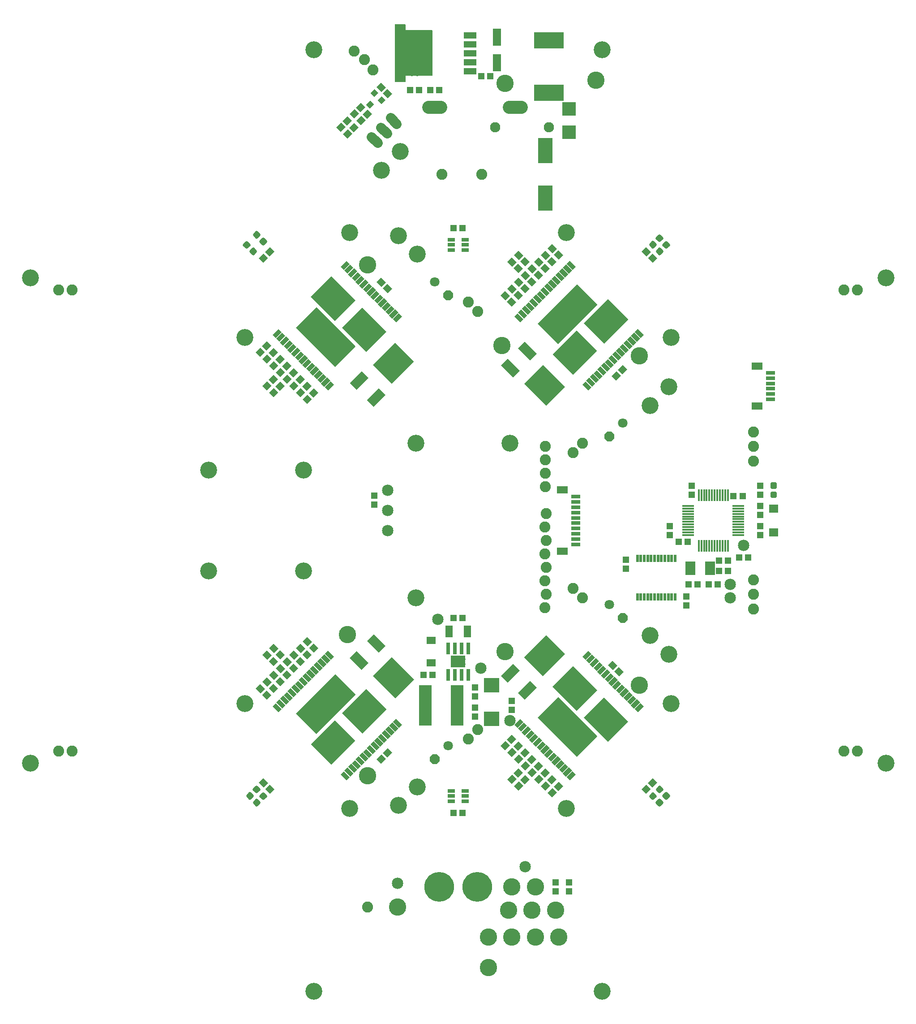
<source format=gbr>
G04 EAGLE Gerber RS-274X export*
G75*
%MOMM*%
%FSLAX34Y34*%
%LPD*%
%INSoldermask Top*%
%IPPOS*%
%AMOC8*
5,1,8,0,0,1.08239X$1,22.5*%
G01*
%ADD10C,3.203200*%
%ADD11C,2.082800*%
%ADD12R,0.603200X1.453200*%
%ADD13R,1.203200X1.303200*%
%ADD14R,0.853200X1.603200*%
%ADD15R,6.433200X5.453200*%
%ADD16R,10.503200X5.453200*%
%ADD17R,1.803200X3.203200*%
%ADD18R,5.029200X5.918200*%
%ADD19P,1.951982X8X337.500000*%
%ADD20C,1.803400*%
%ADD21R,1.303200X1.203200*%
%ADD22C,0.505344*%
%ADD23P,1.951982X8X247.500000*%
%ADD24R,2.363200X1.273200*%
%ADD25R,1.473200X0.838200*%
%ADD26C,1.193800*%
%ADD27R,5.603200X3.103200*%
%ADD28R,1.603200X3.203200*%
%ADD29R,2.603200X2.603200*%
%ADD30R,2.703200X4.703200*%
%ADD31R,0.457200X2.235200*%
%ADD32R,2.235200X0.457200*%
%ADD33R,1.903200X2.603200*%
%ADD34R,1.753200X0.803200*%
%ADD35R,2.003200X1.403200*%
%ADD36R,1.803200X1.503200*%
%ADD37R,1.673200X1.473200*%
%ADD38R,2.403200X7.703200*%
%ADD39R,2.903200X2.753200*%
%ADD40R,1.473200X2.263200*%
%ADD41R,0.762000X2.184400*%
%ADD42R,2.692400X2.209800*%
%ADD43R,1.403200X0.753200*%
%ADD44R,1.003200X1.103200*%
%ADD45C,1.828800*%
%ADD46C,1.930400*%
%ADD47C,2.451100*%
%ADD48C,2.153200*%
%ADD49C,3.269200*%
%ADD50C,5.619200*%

G36*
X-100165Y828027D02*
X-100165Y828027D01*
X-100099Y828029D01*
X-100056Y828047D01*
X-100009Y828055D01*
X-99952Y828089D01*
X-99892Y828114D01*
X-99857Y828145D01*
X-99816Y828170D01*
X-99775Y828221D01*
X-99726Y828265D01*
X-99704Y828307D01*
X-99675Y828344D01*
X-99654Y828406D01*
X-99623Y828465D01*
X-99615Y828519D01*
X-99603Y828556D01*
X-99604Y828596D01*
X-99596Y828650D01*
X-99596Y840016D01*
X-49430Y840016D01*
X-49365Y840027D01*
X-49299Y840029D01*
X-49256Y840047D01*
X-49209Y840055D01*
X-49152Y840089D01*
X-49092Y840114D01*
X-49057Y840145D01*
X-49016Y840170D01*
X-48975Y840221D01*
X-48926Y840265D01*
X-48904Y840307D01*
X-48875Y840344D01*
X-48854Y840406D01*
X-48823Y840465D01*
X-48815Y840519D01*
X-48803Y840556D01*
X-48804Y840596D01*
X-48796Y840650D01*
X-48796Y925650D01*
X-48807Y925715D01*
X-48809Y925781D01*
X-48827Y925824D01*
X-48835Y925871D01*
X-48869Y925928D01*
X-48894Y925988D01*
X-48925Y926023D01*
X-48950Y926064D01*
X-49001Y926106D01*
X-49045Y926154D01*
X-49087Y926176D01*
X-49124Y926205D01*
X-49186Y926226D01*
X-49245Y926257D01*
X-49299Y926265D01*
X-49336Y926277D01*
X-49376Y926276D01*
X-49430Y926284D01*
X-99596Y926284D01*
X-99596Y936650D01*
X-99607Y936715D01*
X-99609Y936781D01*
X-99627Y936824D01*
X-99635Y936871D01*
X-99669Y936928D01*
X-99694Y936988D01*
X-99725Y937023D01*
X-99750Y937064D01*
X-99801Y937106D01*
X-99845Y937154D01*
X-99887Y937176D01*
X-99924Y937205D01*
X-99986Y937226D01*
X-100045Y937257D01*
X-100099Y937265D01*
X-100136Y937277D01*
X-100176Y937276D01*
X-100230Y937284D01*
X-119330Y937284D01*
X-119395Y937273D01*
X-119461Y937271D01*
X-119504Y937253D01*
X-119551Y937245D01*
X-119608Y937211D01*
X-119668Y937186D01*
X-119703Y937155D01*
X-119744Y937130D01*
X-119786Y937079D01*
X-119834Y937035D01*
X-119856Y936993D01*
X-119885Y936956D01*
X-119906Y936894D01*
X-119937Y936835D01*
X-119945Y936781D01*
X-119957Y936744D01*
X-119956Y936704D01*
X-119964Y936650D01*
X-119964Y828650D01*
X-119953Y828585D01*
X-119951Y828519D01*
X-119933Y828476D01*
X-119925Y828429D01*
X-119891Y828372D01*
X-119866Y828312D01*
X-119835Y828277D01*
X-119810Y828236D01*
X-119759Y828195D01*
X-119715Y828146D01*
X-119673Y828124D01*
X-119636Y828095D01*
X-119574Y828074D01*
X-119515Y828043D01*
X-119461Y828035D01*
X-119424Y828023D01*
X-119384Y828024D01*
X-119330Y828016D01*
X-100230Y828016D01*
X-100165Y828027D01*
G37*
D10*
X-809070Y458580D03*
X-809070Y-458580D03*
X-403040Y-345960D03*
X-471920Y-95000D03*
X-291920Y-95000D03*
X-291920Y95000D03*
X-471920Y95000D03*
X-79880Y145970D03*
X-79880Y-146130D03*
X97920Y145970D03*
X-403040Y345960D03*
X-205050Y543950D03*
X205050Y543950D03*
X403040Y345960D03*
X809070Y458580D03*
X272450Y889200D03*
X-272450Y889200D03*
X-272450Y-889200D03*
X272450Y-889200D03*
X205050Y-543950D03*
X403040Y-345960D03*
X-205050Y-543950D03*
X809070Y-458580D03*
D11*
X558800Y-112522D03*
X558800Y-139700D03*
X558800Y-166878D03*
D12*
X338900Y-144200D03*
X345400Y-144200D03*
X351900Y-144200D03*
X358400Y-144200D03*
X364900Y-144200D03*
X371400Y-144200D03*
X377900Y-144200D03*
X384400Y-144200D03*
X390900Y-144200D03*
X397400Y-144200D03*
X403900Y-144200D03*
X410400Y-144200D03*
X397400Y-71700D03*
X390900Y-71700D03*
X384400Y-71700D03*
X377900Y-71700D03*
X371400Y-71700D03*
X364900Y-71700D03*
X358400Y-71700D03*
X351900Y-71700D03*
X345400Y-71700D03*
X338900Y-71700D03*
X403900Y-71700D03*
X410400Y-71700D03*
D13*
X317500Y-74050D03*
X317500Y-91050D03*
X431800Y-160900D03*
X431800Y-143900D03*
D14*
G36*
X-345095Y344767D02*
X-351128Y350800D01*
X-339793Y362135D01*
X-333760Y356102D01*
X-345095Y344767D01*
G37*
G36*
X-338024Y337696D02*
X-344057Y343729D01*
X-332722Y355064D01*
X-326689Y349031D01*
X-338024Y337696D01*
G37*
G36*
X-330953Y330625D02*
X-336986Y336658D01*
X-325651Y347993D01*
X-319618Y341960D01*
X-330953Y330625D01*
G37*
G36*
X-323882Y323554D02*
X-329915Y329587D01*
X-318580Y340922D01*
X-312547Y334889D01*
X-323882Y323554D01*
G37*
G36*
X-316811Y316482D02*
X-322844Y322515D01*
X-311509Y333850D01*
X-305476Y327817D01*
X-316811Y316482D01*
G37*
G36*
X-309740Y309411D02*
X-315773Y315444D01*
X-304438Y326779D01*
X-298405Y320746D01*
X-309740Y309411D01*
G37*
G36*
X-302669Y302340D02*
X-308702Y308373D01*
X-297367Y319708D01*
X-291334Y313675D01*
X-302669Y302340D01*
G37*
G36*
X-295598Y295269D02*
X-301631Y301302D01*
X-290296Y312637D01*
X-284263Y306604D01*
X-295598Y295269D01*
G37*
G36*
X-288527Y288198D02*
X-294560Y294231D01*
X-283225Y305566D01*
X-277192Y299533D01*
X-288527Y288198D01*
G37*
G36*
X-281456Y281127D02*
X-287489Y287160D01*
X-276154Y298495D01*
X-270121Y292462D01*
X-281456Y281127D01*
G37*
G36*
X-274385Y274056D02*
X-280418Y280089D01*
X-269083Y291424D01*
X-263050Y285391D01*
X-274385Y274056D01*
G37*
G36*
X-267313Y266985D02*
X-273346Y273018D01*
X-262011Y284353D01*
X-255978Y278320D01*
X-267313Y266985D01*
G37*
G36*
X-260242Y259914D02*
X-266275Y265947D01*
X-254940Y277282D01*
X-248907Y271249D01*
X-260242Y259914D01*
G37*
G36*
X-253171Y252843D02*
X-259204Y258876D01*
X-247869Y270211D01*
X-241836Y264178D01*
X-253171Y252843D01*
G37*
G36*
X-246100Y245772D02*
X-252133Y251805D01*
X-240798Y263140D01*
X-234765Y257107D01*
X-246100Y245772D01*
G37*
G36*
X-117407Y374465D02*
X-123440Y380498D01*
X-112105Y391833D01*
X-106072Y385800D01*
X-117407Y374465D01*
G37*
G36*
X-124478Y381536D02*
X-130511Y387569D01*
X-119176Y398904D01*
X-113143Y392871D01*
X-124478Y381536D01*
G37*
G36*
X-131549Y388607D02*
X-137582Y394640D01*
X-126247Y405975D01*
X-120214Y399942D01*
X-131549Y388607D01*
G37*
G36*
X-138620Y395678D02*
X-144653Y401711D01*
X-133318Y413046D01*
X-127285Y407013D01*
X-138620Y395678D01*
G37*
G36*
X-145691Y402750D02*
X-151724Y408783D01*
X-140389Y420118D01*
X-134356Y414085D01*
X-145691Y402750D01*
G37*
G36*
X-152762Y409821D02*
X-158795Y415854D01*
X-147460Y427189D01*
X-141427Y421156D01*
X-152762Y409821D01*
G37*
G36*
X-159833Y416892D02*
X-165866Y422925D01*
X-154531Y434260D01*
X-148498Y428227D01*
X-159833Y416892D01*
G37*
G36*
X-166904Y423963D02*
X-172937Y429996D01*
X-161602Y441331D01*
X-155569Y435298D01*
X-166904Y423963D01*
G37*
G36*
X-173975Y431034D02*
X-180008Y437067D01*
X-168673Y448402D01*
X-162640Y442369D01*
X-173975Y431034D01*
G37*
G36*
X-181046Y438105D02*
X-187079Y444138D01*
X-175744Y455473D01*
X-169711Y449440D01*
X-181046Y438105D01*
G37*
G36*
X-188117Y445176D02*
X-194150Y451209D01*
X-182815Y462544D01*
X-176782Y456511D01*
X-188117Y445176D01*
G37*
G36*
X-195189Y452247D02*
X-201222Y458280D01*
X-189887Y469615D01*
X-183854Y463582D01*
X-195189Y452247D01*
G37*
G36*
X-202260Y459318D02*
X-208293Y465351D01*
X-196958Y476686D01*
X-190925Y470653D01*
X-202260Y459318D01*
G37*
G36*
X-209331Y466389D02*
X-215364Y472422D01*
X-204029Y483757D01*
X-197996Y477724D01*
X-209331Y466389D01*
G37*
G36*
X-216402Y473460D02*
X-222435Y479493D01*
X-211100Y490828D01*
X-205067Y484795D01*
X-216402Y473460D01*
G37*
D15*
G36*
X-233020Y377294D02*
X-278508Y422782D01*
X-239948Y461342D01*
X-194460Y415854D01*
X-233020Y377294D01*
G37*
G36*
X-174118Y318392D02*
X-219606Y363880D01*
X-181046Y402440D01*
X-135558Y356952D01*
X-174118Y318392D01*
G37*
D16*
G36*
X-232313Y290319D02*
X-306581Y364587D01*
X-268021Y403147D01*
X-193753Y328879D01*
X-232313Y290319D01*
G37*
D17*
G36*
X-191968Y246625D02*
X-204719Y259376D01*
X-182070Y282025D01*
X-169319Y269274D01*
X-191968Y246625D01*
G37*
G36*
X-159724Y214381D02*
X-172475Y227132D01*
X-149826Y249781D01*
X-137075Y237030D01*
X-159724Y214381D01*
G37*
D18*
G36*
X-125264Y258275D02*
X-160825Y293836D01*
X-118978Y335683D01*
X-83417Y300122D01*
X-125264Y258275D01*
G37*
D19*
X-19178Y425578D03*
D20*
X-44322Y450722D03*
D21*
G36*
X-365449Y318193D02*
X-374663Y308979D01*
X-383171Y317487D01*
X-373957Y326701D01*
X-365449Y318193D01*
G37*
G36*
X-353429Y330213D02*
X-362643Y320999D01*
X-371151Y329507D01*
X-361937Y338721D01*
X-353429Y330213D01*
G37*
G36*
X-282251Y240607D02*
X-273037Y249821D01*
X-264529Y241313D01*
X-273743Y232099D01*
X-282251Y240607D01*
G37*
G36*
X-294271Y228587D02*
X-285057Y237801D01*
X-276549Y229293D01*
X-285763Y220079D01*
X-294271Y228587D01*
G37*
G36*
X-294951Y253307D02*
X-285737Y262521D01*
X-277229Y254013D01*
X-286443Y244799D01*
X-294951Y253307D01*
G37*
G36*
X-306971Y241287D02*
X-297757Y250501D01*
X-289249Y241993D01*
X-298463Y232779D01*
X-306971Y241287D01*
G37*
G36*
X-358451Y316807D02*
X-349237Y326021D01*
X-340729Y317513D01*
X-349943Y308299D01*
X-358451Y316807D01*
G37*
G36*
X-370471Y304787D02*
X-361257Y314001D01*
X-352749Y305493D01*
X-361963Y296279D01*
X-370471Y304787D01*
G37*
G36*
X-333051Y291407D02*
X-323837Y300621D01*
X-315329Y292113D01*
X-324543Y282899D01*
X-333051Y291407D01*
G37*
G36*
X-345071Y279387D02*
X-335857Y288601D01*
X-327349Y280093D01*
X-336563Y270879D01*
X-345071Y279387D01*
G37*
G36*
X-314649Y267393D02*
X-323863Y258179D01*
X-332371Y266687D01*
X-323157Y275901D01*
X-314649Y267393D01*
G37*
G36*
X-302629Y279413D02*
X-311843Y270199D01*
X-320351Y278707D01*
X-311137Y287921D01*
X-302629Y279413D01*
G37*
G36*
X-301949Y254693D02*
X-311163Y245479D01*
X-319671Y253987D01*
X-310457Y263201D01*
X-301949Y254693D01*
G37*
G36*
X-289929Y266713D02*
X-299143Y257499D01*
X-307651Y266007D01*
X-298437Y275221D01*
X-289929Y266713D01*
G37*
G36*
X-340049Y241993D02*
X-349263Y232779D01*
X-357771Y241287D01*
X-348557Y250501D01*
X-340049Y241993D01*
G37*
G36*
X-328029Y254013D02*
X-337243Y244799D01*
X-345751Y253307D01*
X-336537Y262521D01*
X-328029Y254013D01*
G37*
G36*
X-345751Y304107D02*
X-336537Y313321D01*
X-328029Y304813D01*
X-337243Y295599D01*
X-345751Y304107D01*
G37*
G36*
X-357771Y292087D02*
X-348557Y301301D01*
X-340049Y292793D01*
X-349263Y283579D01*
X-357771Y292087D01*
G37*
G36*
X-352749Y254693D02*
X-361963Y245479D01*
X-370471Y253987D01*
X-361257Y263201D01*
X-352749Y254693D01*
G37*
G36*
X-340729Y266713D02*
X-349943Y257499D01*
X-358451Y266007D01*
X-349237Y275221D01*
X-340729Y266713D01*
G37*
D22*
X-373384Y527199D02*
X-368449Y532134D01*
X-363514Y527199D01*
X-368449Y522264D01*
X-373384Y527199D01*
X-373249Y527064D02*
X-363649Y527064D01*
X-368179Y531864D02*
X-368719Y531864D01*
X-380851Y544536D02*
X-385786Y539601D01*
X-380851Y544536D02*
X-375916Y539601D01*
X-380851Y534666D01*
X-385786Y539601D01*
X-385651Y539466D02*
X-376051Y539466D01*
X-380581Y544266D02*
X-381121Y544266D01*
X-394966Y520551D02*
X-399901Y515616D01*
X-404836Y520551D01*
X-399901Y525486D01*
X-394966Y520551D01*
X-395101Y520416D02*
X-404701Y520416D01*
X-400171Y525216D02*
X-399631Y525216D01*
X-382564Y508149D02*
X-387499Y503214D01*
X-392434Y508149D01*
X-387499Y513084D01*
X-382564Y508149D01*
X-382699Y508014D02*
X-392299Y508014D01*
X-387769Y512814D02*
X-387229Y512814D01*
D21*
G36*
X-359099Y495993D02*
X-368313Y486779D01*
X-376821Y495287D01*
X-367607Y504501D01*
X-359099Y495993D01*
G37*
G36*
X-347079Y508013D02*
X-356293Y498799D01*
X-364801Y507307D01*
X-355587Y516521D01*
X-347079Y508013D01*
G37*
D14*
G36*
X205067Y484795D02*
X211100Y490828D01*
X222435Y479493D01*
X216402Y473460D01*
X205067Y484795D01*
G37*
G36*
X197996Y477724D02*
X204029Y483757D01*
X215364Y472422D01*
X209331Y466389D01*
X197996Y477724D01*
G37*
G36*
X190925Y470653D02*
X196958Y476686D01*
X208293Y465351D01*
X202260Y459318D01*
X190925Y470653D01*
G37*
G36*
X183854Y463582D02*
X189887Y469615D01*
X201222Y458280D01*
X195189Y452247D01*
X183854Y463582D01*
G37*
G36*
X176782Y456511D02*
X182815Y462544D01*
X194150Y451209D01*
X188117Y445176D01*
X176782Y456511D01*
G37*
G36*
X169711Y449440D02*
X175744Y455473D01*
X187079Y444138D01*
X181046Y438105D01*
X169711Y449440D01*
G37*
G36*
X162640Y442369D02*
X168673Y448402D01*
X180008Y437067D01*
X173975Y431034D01*
X162640Y442369D01*
G37*
G36*
X155569Y435298D02*
X161602Y441331D01*
X172937Y429996D01*
X166904Y423963D01*
X155569Y435298D01*
G37*
G36*
X148498Y428227D02*
X154531Y434260D01*
X165866Y422925D01*
X159833Y416892D01*
X148498Y428227D01*
G37*
G36*
X141427Y421156D02*
X147460Y427189D01*
X158795Y415854D01*
X152762Y409821D01*
X141427Y421156D01*
G37*
G36*
X134356Y414085D02*
X140389Y420118D01*
X151724Y408783D01*
X145691Y402750D01*
X134356Y414085D01*
G37*
G36*
X127285Y407013D02*
X133318Y413046D01*
X144653Y401711D01*
X138620Y395678D01*
X127285Y407013D01*
G37*
G36*
X120214Y399942D02*
X126247Y405975D01*
X137582Y394640D01*
X131549Y388607D01*
X120214Y399942D01*
G37*
G36*
X113143Y392871D02*
X119176Y398904D01*
X130511Y387569D01*
X124478Y381536D01*
X113143Y392871D01*
G37*
G36*
X106072Y385800D02*
X112105Y391833D01*
X123440Y380498D01*
X117407Y374465D01*
X106072Y385800D01*
G37*
G36*
X234765Y257107D02*
X240798Y263140D01*
X252133Y251805D01*
X246100Y245772D01*
X234765Y257107D01*
G37*
G36*
X241836Y264178D02*
X247869Y270211D01*
X259204Y258876D01*
X253171Y252843D01*
X241836Y264178D01*
G37*
G36*
X248907Y271249D02*
X254940Y277282D01*
X266275Y265947D01*
X260242Y259914D01*
X248907Y271249D01*
G37*
G36*
X255978Y278320D02*
X262011Y284353D01*
X273346Y273018D01*
X267313Y266985D01*
X255978Y278320D01*
G37*
G36*
X263050Y285391D02*
X269083Y291424D01*
X280418Y280089D01*
X274385Y274056D01*
X263050Y285391D01*
G37*
G36*
X270121Y292462D02*
X276154Y298495D01*
X287489Y287160D01*
X281456Y281127D01*
X270121Y292462D01*
G37*
G36*
X277192Y299533D02*
X283225Y305566D01*
X294560Y294231D01*
X288527Y288198D01*
X277192Y299533D01*
G37*
G36*
X284263Y306604D02*
X290296Y312637D01*
X301631Y301302D01*
X295598Y295269D01*
X284263Y306604D01*
G37*
G36*
X291334Y313675D02*
X297367Y319708D01*
X308702Y308373D01*
X302669Y302340D01*
X291334Y313675D01*
G37*
G36*
X298405Y320746D02*
X304438Y326779D01*
X315773Y315444D01*
X309740Y309411D01*
X298405Y320746D01*
G37*
G36*
X305476Y327817D02*
X311509Y333850D01*
X322844Y322515D01*
X316811Y316482D01*
X305476Y327817D01*
G37*
G36*
X312547Y334889D02*
X318580Y340922D01*
X329915Y329587D01*
X323882Y323554D01*
X312547Y334889D01*
G37*
G36*
X319618Y341960D02*
X325651Y347993D01*
X336986Y336658D01*
X330953Y330625D01*
X319618Y341960D01*
G37*
G36*
X326689Y349031D02*
X332722Y355064D01*
X344057Y343729D01*
X338024Y337696D01*
X326689Y349031D01*
G37*
G36*
X333760Y356102D02*
X339793Y362135D01*
X351128Y350800D01*
X345095Y344767D01*
X333760Y356102D01*
G37*
D15*
G36*
X237594Y372720D02*
X283082Y418208D01*
X321642Y379648D01*
X276154Y334160D01*
X237594Y372720D01*
G37*
G36*
X178692Y313818D02*
X224180Y359306D01*
X262740Y320746D01*
X217252Y275258D01*
X178692Y313818D01*
G37*
D16*
G36*
X150619Y372013D02*
X224887Y446281D01*
X263447Y407721D01*
X189179Y333453D01*
X150619Y372013D01*
G37*
D17*
G36*
X113275Y325318D02*
X126026Y338069D01*
X148675Y315420D01*
X135924Y302669D01*
X113275Y325318D01*
G37*
G36*
X81031Y293074D02*
X93782Y305825D01*
X116431Y283176D01*
X103680Y270425D01*
X81031Y293074D01*
G37*
D18*
G36*
X124925Y258614D02*
X160486Y294175D01*
X202333Y252328D01*
X166772Y216767D01*
X124925Y258614D01*
G37*
D23*
X285878Y158878D03*
D20*
X311022Y184022D03*
D21*
G36*
X178493Y505149D02*
X169279Y514363D01*
X177787Y522871D01*
X187001Y513657D01*
X178493Y505149D01*
G37*
G36*
X190513Y493129D02*
X181299Y502343D01*
X189807Y510851D01*
X199021Y501637D01*
X190513Y493129D01*
G37*
G36*
X100907Y421951D02*
X110121Y412737D01*
X101613Y404229D01*
X92399Y413443D01*
X100907Y421951D01*
G37*
G36*
X88887Y433971D02*
X98101Y424757D01*
X89593Y416249D01*
X80379Y425463D01*
X88887Y433971D01*
G37*
G36*
X113607Y434651D02*
X122821Y425437D01*
X114313Y416929D01*
X105099Y426143D01*
X113607Y434651D01*
G37*
G36*
X101587Y446671D02*
X110801Y437457D01*
X102293Y428949D01*
X93079Y438163D01*
X101587Y446671D01*
G37*
G36*
X177107Y498151D02*
X186321Y488937D01*
X177813Y480429D01*
X168599Y489643D01*
X177107Y498151D01*
G37*
G36*
X165087Y510171D02*
X174301Y500957D01*
X165793Y492449D01*
X156579Y501663D01*
X165087Y510171D01*
G37*
G36*
X151707Y472751D02*
X160921Y463537D01*
X152413Y455029D01*
X143199Y464243D01*
X151707Y472751D01*
G37*
G36*
X139687Y484771D02*
X148901Y475557D01*
X140393Y467049D01*
X131179Y476263D01*
X139687Y484771D01*
G37*
G36*
X127693Y454349D02*
X118479Y463563D01*
X126987Y472071D01*
X136201Y462857D01*
X127693Y454349D01*
G37*
G36*
X139713Y442329D02*
X130499Y451543D01*
X139007Y460051D01*
X148221Y450837D01*
X139713Y442329D01*
G37*
G36*
X114993Y441649D02*
X105779Y450863D01*
X114287Y459371D01*
X123501Y450157D01*
X114993Y441649D01*
G37*
G36*
X127013Y429629D02*
X117799Y438843D01*
X126307Y447351D01*
X135521Y438137D01*
X127013Y429629D01*
G37*
G36*
X102293Y479749D02*
X93079Y488963D01*
X101587Y497471D01*
X110801Y488257D01*
X102293Y479749D01*
G37*
G36*
X114313Y467729D02*
X105099Y476943D01*
X113607Y485451D01*
X122821Y476237D01*
X114313Y467729D01*
G37*
G36*
X164407Y485451D02*
X173621Y476237D01*
X165113Y467729D01*
X155899Y476943D01*
X164407Y485451D01*
G37*
G36*
X152387Y497471D02*
X161601Y488257D01*
X153093Y479749D01*
X143879Y488963D01*
X152387Y497471D01*
G37*
G36*
X114993Y492449D02*
X105779Y501663D01*
X114287Y510171D01*
X123501Y500957D01*
X114993Y492449D01*
G37*
G36*
X127013Y480429D02*
X117799Y489643D01*
X126307Y498151D01*
X135521Y488937D01*
X127013Y480429D01*
G37*
D14*
G36*
X112105Y-391833D02*
X106072Y-385800D01*
X117407Y-374465D01*
X123440Y-380498D01*
X112105Y-391833D01*
G37*
G36*
X119176Y-398904D02*
X113143Y-392871D01*
X124478Y-381536D01*
X130511Y-387569D01*
X119176Y-398904D01*
G37*
G36*
X126247Y-405975D02*
X120214Y-399942D01*
X131549Y-388607D01*
X137582Y-394640D01*
X126247Y-405975D01*
G37*
G36*
X133318Y-413046D02*
X127285Y-407013D01*
X138620Y-395678D01*
X144653Y-401711D01*
X133318Y-413046D01*
G37*
G36*
X140389Y-420118D02*
X134356Y-414085D01*
X145691Y-402750D01*
X151724Y-408783D01*
X140389Y-420118D01*
G37*
G36*
X147460Y-427189D02*
X141427Y-421156D01*
X152762Y-409821D01*
X158795Y-415854D01*
X147460Y-427189D01*
G37*
G36*
X154531Y-434260D02*
X148498Y-428227D01*
X159833Y-416892D01*
X165866Y-422925D01*
X154531Y-434260D01*
G37*
G36*
X161602Y-441331D02*
X155569Y-435298D01*
X166904Y-423963D01*
X172937Y-429996D01*
X161602Y-441331D01*
G37*
G36*
X168673Y-448402D02*
X162640Y-442369D01*
X173975Y-431034D01*
X180008Y-437067D01*
X168673Y-448402D01*
G37*
G36*
X175744Y-455473D02*
X169711Y-449440D01*
X181046Y-438105D01*
X187079Y-444138D01*
X175744Y-455473D01*
G37*
G36*
X182815Y-462544D02*
X176782Y-456511D01*
X188117Y-445176D01*
X194150Y-451209D01*
X182815Y-462544D01*
G37*
G36*
X189887Y-469615D02*
X183854Y-463582D01*
X195189Y-452247D01*
X201222Y-458280D01*
X189887Y-469615D01*
G37*
G36*
X196958Y-476686D02*
X190925Y-470653D01*
X202260Y-459318D01*
X208293Y-465351D01*
X196958Y-476686D01*
G37*
G36*
X204029Y-483757D02*
X197996Y-477724D01*
X209331Y-466389D01*
X215364Y-472422D01*
X204029Y-483757D01*
G37*
G36*
X211100Y-490828D02*
X205067Y-484795D01*
X216402Y-473460D01*
X222435Y-479493D01*
X211100Y-490828D01*
G37*
G36*
X339793Y-362135D02*
X333760Y-356102D01*
X345095Y-344767D01*
X351128Y-350800D01*
X339793Y-362135D01*
G37*
G36*
X332722Y-355064D02*
X326689Y-349031D01*
X338024Y-337696D01*
X344057Y-343729D01*
X332722Y-355064D01*
G37*
G36*
X325651Y-347993D02*
X319618Y-341960D01*
X330953Y-330625D01*
X336986Y-336658D01*
X325651Y-347993D01*
G37*
G36*
X318580Y-340922D02*
X312547Y-334889D01*
X323882Y-323554D01*
X329915Y-329587D01*
X318580Y-340922D01*
G37*
G36*
X311509Y-333850D02*
X305476Y-327817D01*
X316811Y-316482D01*
X322844Y-322515D01*
X311509Y-333850D01*
G37*
G36*
X304438Y-326779D02*
X298405Y-320746D01*
X309740Y-309411D01*
X315773Y-315444D01*
X304438Y-326779D01*
G37*
G36*
X297367Y-319708D02*
X291334Y-313675D01*
X302669Y-302340D01*
X308702Y-308373D01*
X297367Y-319708D01*
G37*
G36*
X290296Y-312637D02*
X284263Y-306604D01*
X295598Y-295269D01*
X301631Y-301302D01*
X290296Y-312637D01*
G37*
G36*
X283225Y-305566D02*
X277192Y-299533D01*
X288527Y-288198D01*
X294560Y-294231D01*
X283225Y-305566D01*
G37*
G36*
X276154Y-298495D02*
X270121Y-292462D01*
X281456Y-281127D01*
X287489Y-287160D01*
X276154Y-298495D01*
G37*
G36*
X269083Y-291424D02*
X263050Y-285391D01*
X274385Y-274056D01*
X280418Y-280089D01*
X269083Y-291424D01*
G37*
G36*
X262011Y-284353D02*
X255978Y-278320D01*
X267313Y-266985D01*
X273346Y-273018D01*
X262011Y-284353D01*
G37*
G36*
X254940Y-277282D02*
X248907Y-271249D01*
X260242Y-259914D01*
X266275Y-265947D01*
X254940Y-277282D01*
G37*
G36*
X247869Y-270211D02*
X241836Y-264178D01*
X253171Y-252843D01*
X259204Y-258876D01*
X247869Y-270211D01*
G37*
G36*
X240798Y-263140D02*
X234765Y-257107D01*
X246100Y-245772D01*
X252133Y-251805D01*
X240798Y-263140D01*
G37*
D15*
G36*
X224180Y-359306D02*
X178692Y-313818D01*
X217252Y-275258D01*
X262740Y-320746D01*
X224180Y-359306D01*
G37*
G36*
X283082Y-418208D02*
X237594Y-372720D01*
X276154Y-334160D01*
X321642Y-379648D01*
X283082Y-418208D01*
G37*
D16*
G36*
X224887Y-446281D02*
X150619Y-372013D01*
X189179Y-333453D01*
X263447Y-407721D01*
X224887Y-446281D01*
G37*
D17*
G36*
X93782Y-305825D02*
X81031Y-293074D01*
X103680Y-270425D01*
X116431Y-283176D01*
X93782Y-305825D01*
G37*
G36*
X126026Y-338069D02*
X113275Y-325318D01*
X135924Y-302669D01*
X148675Y-315420D01*
X126026Y-338069D01*
G37*
D18*
G36*
X160486Y-294175D02*
X124925Y-258614D01*
X166772Y-216767D01*
X202333Y-252328D01*
X160486Y-294175D01*
G37*
D19*
X311022Y-184022D03*
D20*
X285878Y-158878D03*
D21*
G36*
X98101Y-424757D02*
X88887Y-433971D01*
X80379Y-425463D01*
X89593Y-416249D01*
X98101Y-424757D01*
G37*
G36*
X110121Y-412737D02*
X100907Y-421951D01*
X92399Y-413443D01*
X101613Y-404229D01*
X110121Y-412737D01*
G37*
G36*
X181299Y-502343D02*
X190513Y-493129D01*
X199021Y-501637D01*
X189807Y-510851D01*
X181299Y-502343D01*
G37*
G36*
X169279Y-514363D02*
X178493Y-505149D01*
X187001Y-513657D01*
X177787Y-522871D01*
X169279Y-514363D01*
G37*
G36*
X168599Y-489643D02*
X177813Y-480429D01*
X186321Y-488937D01*
X177107Y-498151D01*
X168599Y-489643D01*
G37*
G36*
X156579Y-501663D02*
X165793Y-492449D01*
X174301Y-500957D01*
X165087Y-510171D01*
X156579Y-501663D01*
G37*
G36*
X105099Y-426143D02*
X114313Y-416929D01*
X122821Y-425437D01*
X113607Y-434651D01*
X105099Y-426143D01*
G37*
G36*
X93079Y-438163D02*
X102293Y-428949D01*
X110801Y-437457D01*
X101587Y-446671D01*
X93079Y-438163D01*
G37*
G36*
X130499Y-451543D02*
X139713Y-442329D01*
X148221Y-450837D01*
X139007Y-460051D01*
X130499Y-451543D01*
G37*
G36*
X118479Y-463563D02*
X127693Y-454349D01*
X136201Y-462857D01*
X126987Y-472071D01*
X118479Y-463563D01*
G37*
G36*
X148901Y-475557D02*
X139687Y-484771D01*
X131179Y-476263D01*
X140393Y-467049D01*
X148901Y-475557D01*
G37*
G36*
X160921Y-463537D02*
X151707Y-472751D01*
X143199Y-464243D01*
X152413Y-455029D01*
X160921Y-463537D01*
G37*
G36*
X161601Y-488257D02*
X152387Y-497471D01*
X143879Y-488963D01*
X153093Y-479749D01*
X161601Y-488257D01*
G37*
G36*
X173621Y-476237D02*
X164407Y-485451D01*
X155899Y-476943D01*
X165113Y-467729D01*
X173621Y-476237D01*
G37*
G36*
X123501Y-500957D02*
X114287Y-510171D01*
X105779Y-501663D01*
X114993Y-492449D01*
X123501Y-500957D01*
G37*
G36*
X135521Y-488937D02*
X126307Y-498151D01*
X117799Y-489643D01*
X127013Y-480429D01*
X135521Y-488937D01*
G37*
G36*
X117799Y-438843D02*
X127013Y-429629D01*
X135521Y-438137D01*
X126307Y-447351D01*
X117799Y-438843D01*
G37*
G36*
X105779Y-450863D02*
X114993Y-441649D01*
X123501Y-450157D01*
X114287Y-459371D01*
X105779Y-450863D01*
G37*
G36*
X110801Y-488257D02*
X101587Y-497471D01*
X93079Y-488963D01*
X102293Y-479749D01*
X110801Y-488257D01*
G37*
G36*
X122821Y-476237D02*
X113607Y-485451D01*
X105099Y-476943D01*
X114313Y-467729D01*
X122821Y-476237D01*
G37*
D14*
G36*
X-252133Y-251805D02*
X-246100Y-245772D01*
X-234765Y-257107D01*
X-240798Y-263140D01*
X-252133Y-251805D01*
G37*
G36*
X-259204Y-258876D02*
X-253171Y-252843D01*
X-241836Y-264178D01*
X-247869Y-270211D01*
X-259204Y-258876D01*
G37*
G36*
X-266275Y-265947D02*
X-260242Y-259914D01*
X-248907Y-271249D01*
X-254940Y-277282D01*
X-266275Y-265947D01*
G37*
G36*
X-273346Y-273018D02*
X-267313Y-266985D01*
X-255978Y-278320D01*
X-262011Y-284353D01*
X-273346Y-273018D01*
G37*
G36*
X-280418Y-280089D02*
X-274385Y-274056D01*
X-263050Y-285391D01*
X-269083Y-291424D01*
X-280418Y-280089D01*
G37*
G36*
X-287489Y-287160D02*
X-281456Y-281127D01*
X-270121Y-292462D01*
X-276154Y-298495D01*
X-287489Y-287160D01*
G37*
G36*
X-294560Y-294231D02*
X-288527Y-288198D01*
X-277192Y-299533D01*
X-283225Y-305566D01*
X-294560Y-294231D01*
G37*
G36*
X-301631Y-301302D02*
X-295598Y-295269D01*
X-284263Y-306604D01*
X-290296Y-312637D01*
X-301631Y-301302D01*
G37*
G36*
X-308702Y-308373D02*
X-302669Y-302340D01*
X-291334Y-313675D01*
X-297367Y-319708D01*
X-308702Y-308373D01*
G37*
G36*
X-315773Y-315444D02*
X-309740Y-309411D01*
X-298405Y-320746D01*
X-304438Y-326779D01*
X-315773Y-315444D01*
G37*
G36*
X-322844Y-322515D02*
X-316811Y-316482D01*
X-305476Y-327817D01*
X-311509Y-333850D01*
X-322844Y-322515D01*
G37*
G36*
X-329915Y-329587D02*
X-323882Y-323554D01*
X-312547Y-334889D01*
X-318580Y-340922D01*
X-329915Y-329587D01*
G37*
G36*
X-336986Y-336658D02*
X-330953Y-330625D01*
X-319618Y-341960D01*
X-325651Y-347993D01*
X-336986Y-336658D01*
G37*
G36*
X-344057Y-343729D02*
X-338024Y-337696D01*
X-326689Y-349031D01*
X-332722Y-355064D01*
X-344057Y-343729D01*
G37*
G36*
X-351128Y-350800D02*
X-345095Y-344767D01*
X-333760Y-356102D01*
X-339793Y-362135D01*
X-351128Y-350800D01*
G37*
G36*
X-222435Y-479493D02*
X-216402Y-473460D01*
X-205067Y-484795D01*
X-211100Y-490828D01*
X-222435Y-479493D01*
G37*
G36*
X-215364Y-472422D02*
X-209331Y-466389D01*
X-197996Y-477724D01*
X-204029Y-483757D01*
X-215364Y-472422D01*
G37*
G36*
X-208293Y-465351D02*
X-202260Y-459318D01*
X-190925Y-470653D01*
X-196958Y-476686D01*
X-208293Y-465351D01*
G37*
G36*
X-201222Y-458280D02*
X-195189Y-452247D01*
X-183854Y-463582D01*
X-189887Y-469615D01*
X-201222Y-458280D01*
G37*
G36*
X-194150Y-451209D02*
X-188117Y-445176D01*
X-176782Y-456511D01*
X-182815Y-462544D01*
X-194150Y-451209D01*
G37*
G36*
X-187079Y-444138D02*
X-181046Y-438105D01*
X-169711Y-449440D01*
X-175744Y-455473D01*
X-187079Y-444138D01*
G37*
G36*
X-180008Y-437067D02*
X-173975Y-431034D01*
X-162640Y-442369D01*
X-168673Y-448402D01*
X-180008Y-437067D01*
G37*
G36*
X-172937Y-429996D02*
X-166904Y-423963D01*
X-155569Y-435298D01*
X-161602Y-441331D01*
X-172937Y-429996D01*
G37*
G36*
X-165866Y-422925D02*
X-159833Y-416892D01*
X-148498Y-428227D01*
X-154531Y-434260D01*
X-165866Y-422925D01*
G37*
G36*
X-158795Y-415854D02*
X-152762Y-409821D01*
X-141427Y-421156D01*
X-147460Y-427189D01*
X-158795Y-415854D01*
G37*
G36*
X-151724Y-408783D02*
X-145691Y-402750D01*
X-134356Y-414085D01*
X-140389Y-420118D01*
X-151724Y-408783D01*
G37*
G36*
X-144653Y-401711D02*
X-138620Y-395678D01*
X-127285Y-407013D01*
X-133318Y-413046D01*
X-144653Y-401711D01*
G37*
G36*
X-137582Y-394640D02*
X-131549Y-388607D01*
X-120214Y-399942D01*
X-126247Y-405975D01*
X-137582Y-394640D01*
G37*
G36*
X-130511Y-387569D02*
X-124478Y-381536D01*
X-113143Y-392871D01*
X-119176Y-398904D01*
X-130511Y-387569D01*
G37*
G36*
X-123440Y-380498D02*
X-117407Y-374465D01*
X-106072Y-385800D01*
X-112105Y-391833D01*
X-123440Y-380498D01*
G37*
D15*
G36*
X-219606Y-363880D02*
X-174118Y-318392D01*
X-135558Y-356952D01*
X-181046Y-402440D01*
X-219606Y-363880D01*
G37*
G36*
X-278508Y-422782D02*
X-233020Y-377294D01*
X-194460Y-415854D01*
X-239948Y-461342D01*
X-278508Y-422782D01*
G37*
D16*
G36*
X-306581Y-364587D02*
X-232313Y-290319D01*
X-193753Y-328879D01*
X-268021Y-403147D01*
X-306581Y-364587D01*
G37*
D17*
G36*
X-172475Y-227132D02*
X-159724Y-214381D01*
X-137075Y-237030D01*
X-149826Y-249781D01*
X-172475Y-227132D01*
G37*
G36*
X-204719Y-259376D02*
X-191968Y-246625D01*
X-169319Y-269274D01*
X-182070Y-282025D01*
X-204719Y-259376D01*
G37*
D18*
G36*
X-160825Y-293836D02*
X-125264Y-258275D01*
X-83417Y-300122D01*
X-118978Y-335683D01*
X-160825Y-293836D01*
G37*
D23*
X-44322Y-450722D03*
D20*
X-19178Y-425578D03*
D21*
G36*
X-285057Y-237801D02*
X-294271Y-228587D01*
X-285763Y-220079D01*
X-276549Y-229293D01*
X-285057Y-237801D01*
G37*
G36*
X-273037Y-249821D02*
X-282251Y-240607D01*
X-273743Y-232099D01*
X-264529Y-241313D01*
X-273037Y-249821D01*
G37*
G36*
X-362643Y-320999D02*
X-353429Y-330213D01*
X-361937Y-338721D01*
X-371151Y-329507D01*
X-362643Y-320999D01*
G37*
G36*
X-374663Y-308979D02*
X-365449Y-318193D01*
X-373957Y-326701D01*
X-383171Y-317487D01*
X-374663Y-308979D01*
G37*
G36*
X-349943Y-308299D02*
X-340729Y-317513D01*
X-349237Y-326021D01*
X-358451Y-316807D01*
X-349943Y-308299D01*
G37*
G36*
X-361963Y-296279D02*
X-352749Y-305493D01*
X-361257Y-314001D01*
X-370471Y-304787D01*
X-361963Y-296279D01*
G37*
G36*
X-286443Y-244799D02*
X-277229Y-254013D01*
X-285737Y-262521D01*
X-294951Y-253307D01*
X-286443Y-244799D01*
G37*
G36*
X-298463Y-232779D02*
X-289249Y-241993D01*
X-297757Y-250501D01*
X-306971Y-241287D01*
X-298463Y-232779D01*
G37*
G36*
X-311843Y-270199D02*
X-302629Y-279413D01*
X-311137Y-287921D01*
X-320351Y-278707D01*
X-311843Y-270199D01*
G37*
G36*
X-323863Y-258179D02*
X-314649Y-267393D01*
X-323157Y-275901D01*
X-332371Y-266687D01*
X-323863Y-258179D01*
G37*
G36*
X-335857Y-288601D02*
X-345071Y-279387D01*
X-336563Y-270879D01*
X-327349Y-280093D01*
X-335857Y-288601D01*
G37*
G36*
X-323837Y-300621D02*
X-333051Y-291407D01*
X-324543Y-282899D01*
X-315329Y-292113D01*
X-323837Y-300621D01*
G37*
G36*
X-348557Y-301301D02*
X-357771Y-292087D01*
X-349263Y-283579D01*
X-340049Y-292793D01*
X-348557Y-301301D01*
G37*
G36*
X-336537Y-313321D02*
X-345751Y-304107D01*
X-337243Y-295599D01*
X-328029Y-304813D01*
X-336537Y-313321D01*
G37*
G36*
X-361257Y-263201D02*
X-370471Y-253987D01*
X-361963Y-245479D01*
X-352749Y-254693D01*
X-361257Y-263201D01*
G37*
G36*
X-349237Y-275221D02*
X-358451Y-266007D01*
X-349943Y-257499D01*
X-340729Y-266713D01*
X-349237Y-275221D01*
G37*
G36*
X-299143Y-257499D02*
X-289929Y-266713D01*
X-298437Y-275221D01*
X-307651Y-266007D01*
X-299143Y-257499D01*
G37*
G36*
X-311163Y-245479D02*
X-301949Y-254693D01*
X-310457Y-263201D01*
X-319671Y-253987D01*
X-311163Y-245479D01*
G37*
G36*
X-348557Y-250501D02*
X-357771Y-241287D01*
X-349263Y-232779D01*
X-340049Y-241993D01*
X-348557Y-250501D01*
G37*
G36*
X-336537Y-262521D02*
X-345751Y-253307D01*
X-337243Y-244799D01*
X-328029Y-254013D01*
X-336537Y-262521D01*
G37*
G36*
X-145357Y441649D02*
X-154571Y450863D01*
X-146063Y459371D01*
X-136849Y450157D01*
X-145357Y441649D01*
G37*
G36*
X-133337Y429629D02*
X-142551Y438843D01*
X-134043Y447351D01*
X-124829Y438137D01*
X-133337Y429629D01*
G37*
G36*
X301949Y285057D02*
X311163Y294271D01*
X319671Y285763D01*
X310457Y276549D01*
X301949Y285057D01*
G37*
G36*
X289929Y273037D02*
X299143Y282251D01*
X307651Y273743D01*
X298437Y264529D01*
X289929Y273037D01*
G37*
G36*
X304107Y-276549D02*
X313321Y-285763D01*
X304813Y-294271D01*
X295599Y-285057D01*
X304107Y-276549D01*
G37*
G36*
X292087Y-264529D02*
X301301Y-273743D01*
X292793Y-282251D01*
X283579Y-273037D01*
X292087Y-264529D01*
G37*
G36*
X-136849Y-450157D02*
X-146063Y-459371D01*
X-154571Y-450863D01*
X-145357Y-441649D01*
X-136849Y-450157D01*
G37*
G36*
X-124829Y-438137D02*
X-134043Y-447351D01*
X-142551Y-438843D01*
X-133337Y-429629D01*
X-124829Y-438137D01*
G37*
D24*
X22370Y882650D03*
X22370Y899650D03*
X22370Y916650D03*
X22370Y865650D03*
X22370Y848650D03*
D25*
X-87630Y882650D03*
D26*
X-87550Y919860D03*
X-77550Y919860D03*
X-87550Y911860D03*
X-77550Y911860D03*
X-87550Y903860D03*
X-77550Y903860D03*
X-87550Y894460D03*
X-77550Y894460D03*
X-87550Y886460D03*
X-77550Y886460D03*
X-87550Y878460D03*
X-77550Y878460D03*
X-87550Y869060D03*
X-77550Y869060D03*
X-87550Y861060D03*
X-77550Y861060D03*
X-87550Y853060D03*
X-77550Y853060D03*
X-87550Y845440D03*
X-77550Y845440D03*
D21*
X61116Y839072D03*
X44116Y839072D03*
D27*
X171450Y906750D03*
X171450Y807750D03*
D28*
X73660Y865000D03*
X73660Y913000D03*
D21*
X-52950Y812800D03*
X-35950Y812800D03*
X-74050Y812800D03*
X-91050Y812800D03*
D29*
X209550Y733650D03*
X209550Y777650D03*
D11*
X-161020Y851374D03*
X-176902Y870848D03*
X-196376Y886730D03*
D30*
X165100Y699050D03*
X165100Y609050D03*
D13*
X571500Y48650D03*
X571500Y65650D03*
D21*
X433950Y-40640D03*
X416950Y-40640D03*
X520875Y45671D03*
X537875Y45671D03*
X436000Y-120650D03*
X453000Y-120650D03*
X491100Y-120650D03*
X474100Y-120650D03*
D31*
X455100Y-47580D03*
X460100Y-47580D03*
X465100Y-47580D03*
X470100Y-47580D03*
X475100Y-47580D03*
X480100Y-47580D03*
X485100Y-47580D03*
X490100Y-47580D03*
X495100Y-47580D03*
X500100Y-47580D03*
X505100Y-47580D03*
X510100Y-47580D03*
D32*
X530180Y-27500D03*
X530180Y-22500D03*
X530180Y-17500D03*
X530180Y-12500D03*
X530180Y-7500D03*
X530180Y-2500D03*
X530180Y2500D03*
X530180Y7500D03*
X530180Y12500D03*
X530180Y17500D03*
X530180Y22500D03*
X530180Y27500D03*
D31*
X510100Y47580D03*
X505100Y47580D03*
X500100Y47580D03*
X495100Y47580D03*
X490100Y47580D03*
X485100Y47580D03*
X480100Y47580D03*
X475100Y47580D03*
X470100Y47580D03*
X465100Y47580D03*
X460100Y47580D03*
X455100Y47580D03*
D32*
X435020Y27500D03*
X435020Y22500D03*
X435020Y17500D03*
X435020Y12500D03*
X435020Y7500D03*
X435020Y2500D03*
X435020Y-2500D03*
X435020Y-7500D03*
X435020Y-12500D03*
X435020Y-17500D03*
X435020Y-22500D03*
X435020Y-27500D03*
D13*
X571500Y-10550D03*
X571500Y-27550D03*
X571500Y27550D03*
X571500Y10550D03*
D33*
X476180Y-89802D03*
X439180Y-89802D03*
D34*
X590550Y229000D03*
X590550Y239000D03*
X590550Y249000D03*
X590550Y259000D03*
X590550Y269000D03*
X590550Y279000D03*
D35*
X565300Y216000D03*
X565300Y292000D03*
D36*
X596900Y22500D03*
X596900Y-22500D03*
D22*
X600390Y62430D02*
X593410Y62430D01*
X593410Y69410D01*
X600390Y69410D01*
X600390Y62430D01*
X600390Y67230D02*
X593410Y67230D01*
X593410Y44890D02*
X600390Y44890D01*
X593410Y44890D02*
X593410Y51870D01*
X600390Y51870D01*
X600390Y44890D01*
X600390Y49690D02*
X593410Y49690D01*
D13*
X441960Y48650D03*
X441960Y65650D03*
X400050Y-10550D03*
X400050Y-27550D03*
D21*
X493150Y-76200D03*
X510150Y-76200D03*
X493150Y-95250D03*
X510150Y-95250D03*
X531250Y-69850D03*
X548250Y-69850D03*
X-8500Y-184150D03*
X8500Y-184150D03*
X-48650Y-292100D03*
X-65650Y-292100D03*
D37*
X-50800Y-269150D03*
X-50800Y-226150D03*
D38*
X-61750Y-349250D03*
X-1750Y-349250D03*
D13*
X31750Y-353450D03*
X31750Y-370450D03*
D39*
X63500Y-374650D03*
X63500Y-311150D03*
D40*
X-17550Y-209550D03*
X17550Y-209550D03*
D41*
X-19050Y-291338D03*
X-6350Y-291338D03*
X6350Y-291338D03*
X19050Y-291338D03*
X19050Y-242062D03*
X6350Y-242062D03*
X-6350Y-242062D03*
X-19050Y-242062D03*
D42*
X0Y-266700D03*
D26*
X-8000Y-271700D03*
X-8000Y-261700D03*
X0Y-271700D03*
X0Y-261700D03*
X8000Y-271700D03*
X8000Y-261700D03*
D13*
X101600Y-357750D03*
X101600Y-340750D03*
X31750Y-315350D03*
X31750Y-332350D03*
D10*
X-112928Y538378D03*
X-77572Y503022D03*
D43*
X13000Y511200D03*
X13000Y520700D03*
X13000Y530200D03*
X-13000Y530200D03*
X-13000Y511200D03*
X-13000Y520700D03*
X-13000Y-511200D03*
X-13000Y-520700D03*
X-13000Y-530200D03*
X13000Y-530200D03*
X13000Y-511200D03*
X13000Y-520700D03*
D22*
X386084Y508149D02*
X381149Y513084D01*
X386084Y508149D02*
X381149Y503214D01*
X376214Y508149D01*
X381149Y513084D01*
X385949Y508014D02*
X376349Y508014D01*
X380879Y512814D02*
X381419Y512814D01*
X393551Y525486D02*
X398486Y520551D01*
X393551Y515616D01*
X388616Y520551D01*
X393551Y525486D01*
X398351Y520416D02*
X388751Y520416D01*
X393281Y525216D02*
X393821Y525216D01*
X380851Y528316D02*
X375916Y533251D01*
X380851Y538186D01*
X385786Y533251D01*
X380851Y528316D01*
X385651Y533116D02*
X376051Y533116D01*
X380581Y537916D02*
X381121Y537916D01*
X363514Y520849D02*
X368449Y515914D01*
X363514Y520849D02*
X368449Y525784D01*
X373384Y520849D01*
X368449Y515914D01*
X373249Y520714D02*
X363649Y520714D01*
X368179Y525514D02*
X368719Y525514D01*
D21*
G36*
X356293Y498799D02*
X347079Y508013D01*
X355587Y516521D01*
X364801Y507307D01*
X356293Y498799D01*
G37*
G36*
X368313Y486779D02*
X359099Y495993D01*
X367607Y504501D01*
X376821Y495287D01*
X368313Y486779D01*
G37*
D10*
X398678Y252628D03*
X363322Y217272D03*
D22*
X373384Y-520849D02*
X368449Y-525784D01*
X363514Y-520849D01*
X368449Y-515914D01*
X373384Y-520849D01*
X373249Y-520984D02*
X363649Y-520984D01*
X368179Y-516184D02*
X368719Y-516184D01*
X385786Y-533251D02*
X380851Y-538186D01*
X375916Y-533251D01*
X380851Y-528316D01*
X385786Y-533251D01*
X385651Y-533386D02*
X376051Y-533386D01*
X380581Y-528586D02*
X381121Y-528586D01*
X388616Y-520551D02*
X393551Y-515616D01*
X398486Y-520551D01*
X393551Y-525486D01*
X388616Y-520551D01*
X388751Y-520686D02*
X398351Y-520686D01*
X393821Y-515886D02*
X393281Y-515886D01*
X381149Y-503214D02*
X376214Y-508149D01*
X381149Y-503214D02*
X386084Y-508149D01*
X381149Y-513084D01*
X376214Y-508149D01*
X376349Y-508284D02*
X385949Y-508284D01*
X381419Y-503484D02*
X380879Y-503484D01*
D21*
G36*
X359099Y-495993D02*
X368313Y-486779D01*
X376821Y-495287D01*
X367607Y-504501D01*
X359099Y-495993D01*
G37*
G36*
X347079Y-508013D02*
X356293Y-498799D01*
X364801Y-507307D01*
X355587Y-516521D01*
X347079Y-508013D01*
G37*
D10*
X363322Y-217272D03*
X398678Y-252628D03*
D22*
X-381149Y-513084D02*
X-386084Y-508149D01*
X-381149Y-503214D01*
X-376214Y-508149D01*
X-381149Y-513084D01*
X-376349Y-508284D02*
X-385949Y-508284D01*
X-381419Y-503484D02*
X-380879Y-503484D01*
X-398486Y-520551D02*
X-393551Y-525486D01*
X-398486Y-520551D02*
X-393551Y-515616D01*
X-388616Y-520551D01*
X-393551Y-525486D01*
X-388751Y-520686D02*
X-398351Y-520686D01*
X-393821Y-515886D02*
X-393281Y-515886D01*
X-380851Y-528316D02*
X-375916Y-533251D01*
X-380851Y-538186D01*
X-385786Y-533251D01*
X-380851Y-528316D01*
X-376051Y-533386D02*
X-385651Y-533386D01*
X-381121Y-528586D02*
X-380581Y-528586D01*
X-368449Y-515914D02*
X-363514Y-520849D01*
X-368449Y-525784D01*
X-373384Y-520849D01*
X-368449Y-515914D01*
X-363649Y-520984D02*
X-373249Y-520984D01*
X-368719Y-516184D02*
X-368179Y-516184D01*
D21*
G36*
X-367607Y-504501D02*
X-376821Y-495287D01*
X-368313Y-486779D01*
X-359099Y-495993D01*
X-367607Y-504501D01*
G37*
G36*
X-355587Y-516521D02*
X-364801Y-507307D01*
X-356293Y-498799D01*
X-347079Y-508013D01*
X-355587Y-516521D01*
G37*
D10*
X-77572Y-503022D03*
X-112928Y-538378D03*
D11*
X163830Y-165100D03*
X166370Y-139700D03*
X163830Y-114300D03*
X166370Y-88900D03*
X163830Y-63500D03*
X166370Y-38100D03*
X163830Y-12700D03*
X166370Y12700D03*
X44450Y654050D03*
X-30550Y654050D03*
X-755420Y435610D03*
X-730020Y435610D03*
X755420Y-435750D03*
X730020Y-435750D03*
X19050Y412750D03*
X37011Y394789D03*
X234950Y146050D03*
X216989Y128089D03*
X234950Y-146050D03*
X216989Y-128089D03*
X19050Y-412750D03*
X37011Y-394789D03*
D44*
G36*
X-144608Y801551D02*
X-137514Y794457D01*
X-145314Y786657D01*
X-152408Y793751D01*
X-144608Y801551D01*
G37*
G36*
X-158043Y814986D02*
X-150949Y807892D01*
X-158749Y800092D01*
X-165843Y807186D01*
X-158043Y814986D01*
G37*
G36*
X-166175Y793419D02*
X-159081Y786325D01*
X-166881Y778525D01*
X-173975Y785619D01*
X-166175Y793419D01*
G37*
D45*
X-163408Y724387D02*
X-151913Y712892D01*
X-133953Y730853D02*
X-145447Y742347D01*
X-127487Y760308D02*
X-115992Y748813D01*
D21*
G36*
X-145357Y809949D02*
X-154571Y819163D01*
X-146063Y827671D01*
X-136849Y818457D01*
X-145357Y809949D01*
G37*
G36*
X-133337Y797929D02*
X-142551Y807143D01*
X-134043Y815651D01*
X-124829Y806437D01*
X-133337Y797929D01*
G37*
G36*
X-193351Y780357D02*
X-184137Y789571D01*
X-175629Y781063D01*
X-184843Y771849D01*
X-193351Y780357D01*
G37*
G36*
X-205371Y768337D02*
X-196157Y777551D01*
X-187649Y769043D01*
X-196863Y759829D01*
X-205371Y768337D01*
G37*
G36*
X-218751Y754957D02*
X-209537Y764171D01*
X-201029Y755663D01*
X-210243Y746449D01*
X-218751Y754957D01*
G37*
G36*
X-230771Y742937D02*
X-221557Y752151D01*
X-213049Y743643D01*
X-222263Y734429D01*
X-230771Y742937D01*
G37*
D46*
X69850Y742950D03*
X171450Y742950D03*
D47*
X119190Y781050D02*
X96711Y781050D01*
X-33211Y781050D02*
X-55690Y781050D01*
D21*
G36*
X-174949Y756343D02*
X-184163Y747129D01*
X-192671Y755637D01*
X-183457Y764851D01*
X-174949Y756343D01*
G37*
G36*
X-162929Y768363D02*
X-172143Y759149D01*
X-180651Y767657D01*
X-171437Y776871D01*
X-162929Y768363D01*
G37*
G36*
X-206051Y742257D02*
X-196837Y751471D01*
X-188329Y742963D01*
X-197543Y733749D01*
X-206051Y742257D01*
G37*
G36*
X-218071Y730237D02*
X-208857Y739451D01*
X-200349Y730943D01*
X-209563Y721729D01*
X-218071Y730237D01*
G37*
D10*
X-144678Y661772D03*
X-109322Y697128D03*
D21*
X-8500Y552450D03*
X8500Y552450D03*
X8500Y-552450D03*
X-8500Y-552450D03*
D11*
X558800Y166878D03*
X558800Y139700D03*
X558800Y112522D03*
D34*
X222250Y-45000D03*
X222250Y-35000D03*
X222250Y-25000D03*
X222250Y-15000D03*
X222250Y-5000D03*
X222250Y5000D03*
X222250Y15000D03*
X222250Y25000D03*
X222250Y35000D03*
X222250Y45000D03*
D35*
X197000Y-58000D03*
X197000Y58000D03*
D11*
X165100Y63500D03*
X165100Y88900D03*
X165100Y114300D03*
X165100Y139700D03*
D48*
X-38100Y-186690D03*
D11*
X-755420Y-435750D03*
X-730020Y-435750D03*
X755420Y435750D03*
X730020Y435750D03*
D49*
X260350Y831850D03*
X-209550Y-215900D03*
X88900Y-247650D03*
X82550Y330200D03*
D48*
X-133350Y57150D03*
X-133350Y19050D03*
X-133350Y-19050D03*
D13*
X-158750Y46600D03*
X-158750Y29600D03*
D48*
X514350Y-146050D03*
X43180Y-279400D03*
X539750Y-46990D03*
D49*
X-114300Y-730250D03*
D48*
X-114300Y-685800D03*
D49*
X57150Y-844550D03*
X101600Y-787400D03*
X146050Y-787400D03*
X190500Y-787400D03*
X139700Y-736600D03*
D48*
X127000Y-654050D03*
D49*
X101600Y-692150D03*
X146050Y-692150D03*
X-171450Y482600D03*
X-171450Y-482600D03*
X342900Y-311150D03*
X342900Y311150D03*
D50*
X-36000Y-692150D03*
X36000Y-692150D03*
D49*
X95250Y-736600D03*
D11*
X-171450Y-730250D03*
D49*
X57150Y-787400D03*
D13*
X209550Y-683650D03*
X209550Y-700650D03*
X184150Y-683650D03*
X184150Y-700650D03*
D48*
X514350Y-120650D03*
X98033Y-378020D03*
D49*
X88900Y825500D03*
X184150Y-736600D03*
M02*

</source>
